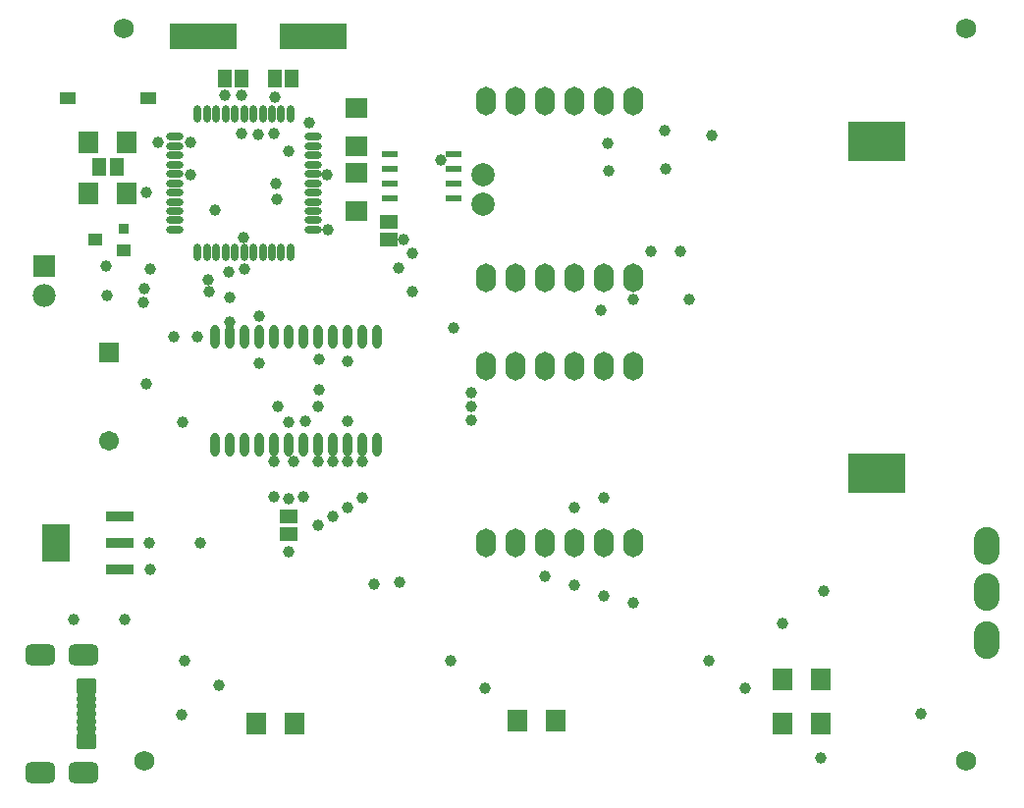
<source format=gts>
G04*
G04 #@! TF.GenerationSoftware,Altium Limited,Altium Designer,20.2.6 (244)*
G04*
G04 Layer_Color=8388736*
%FSTAX24Y24*%
%MOIN*%
G70*
G04*
G04 #@! TF.SameCoordinates,210E5C92-376B-490F-B415-5E6AA8125FEF*
G04*
G04*
G04 #@! TF.FilePolarity,Negative*
G04*
G01*
G75*
%ADD24R,0.0980X0.1260*%
%ADD25R,0.0980X0.0350*%
%ADD26R,0.0374X0.0354*%
%ADD36R,0.0575X0.0210*%
%ADD40R,0.0600X0.1500*%
%ADD41R,0.0454X0.0434*%
G04:AMPARAMS|DCode=42|XSize=67.1mil|YSize=55.2mil|CornerRadius=8.7mil|HoleSize=0mil|Usage=FLASHONLY|Rotation=0.000|XOffset=0mil|YOffset=0mil|HoleType=Round|Shape=RoundedRectangle|*
%AMROUNDEDRECTD42*
21,1,0.0671,0.0378,0,0,0.0*
21,1,0.0496,0.0552,0,0,0.0*
1,1,0.0174,0.0248,-0.0189*
1,1,0.0174,-0.0248,-0.0189*
1,1,0.0174,-0.0248,0.0189*
1,1,0.0174,0.0248,0.0189*
%
%ADD42ROUNDEDRECTD42*%
G04:AMPARAMS|DCode=43|XSize=67.1mil|YSize=21.8mil|CornerRadius=5.4mil|HoleSize=0mil|Usage=FLASHONLY|Rotation=0.000|XOffset=0mil|YOffset=0mil|HoleType=Round|Shape=RoundedRectangle|*
%AMROUNDEDRECTD43*
21,1,0.0671,0.0110,0,0,0.0*
21,1,0.0563,0.0218,0,0,0.0*
1,1,0.0108,0.0282,-0.0055*
1,1,0.0108,-0.0282,-0.0055*
1,1,0.0108,-0.0282,0.0055*
1,1,0.0108,0.0282,0.0055*
%
%ADD43ROUNDEDRECTD43*%
%ADD44R,0.0680X0.0730*%
%ADD45R,0.1962X0.1320*%
%ADD46R,0.0631X0.0513*%
%ADD47O,0.0316X0.0808*%
%ADD48R,0.0513X0.0631*%
%ADD49R,0.0552X0.0395*%
%ADD50R,0.0730X0.0680*%
%ADD51R,0.2285X0.0907*%
%ADD52O,0.0592X0.0257*%
%ADD53O,0.0257X0.0592*%
%ADD54O,0.0680X0.0980*%
%ADD55R,0.0780X0.0780*%
%ADD56C,0.0780*%
G04:AMPARAMS|DCode=57|XSize=102.5mil|YSize=71mil|CornerRadius=19.7mil|HoleSize=0mil|Usage=FLASHONLY|Rotation=0.000|XOffset=0mil|YOffset=0mil|HoleType=Round|Shape=RoundedRectangle|*
%AMROUNDEDRECTD57*
21,1,0.1025,0.0315,0,0,0.0*
21,1,0.0630,0.0710,0,0,0.0*
1,1,0.0395,0.0315,-0.0157*
1,1,0.0395,-0.0315,-0.0157*
1,1,0.0395,-0.0315,0.0157*
1,1,0.0395,0.0315,0.0157*
%
%ADD57ROUNDEDRECTD57*%
%ADD58C,0.0680*%
%ADD59R,0.0671X0.0671*%
%ADD60C,0.0671*%
%ADD61O,0.0867X0.1280*%
%ADD62C,0.0789*%
%ADD63C,0.0395*%
D24*
X011255Y0184D02*
D03*
D25*
X013425Y019302D02*
D03*
Y0184D02*
D03*
Y017498D02*
D03*
D26*
X013552Y029074D02*
D03*
D36*
X024732Y0301D02*
D03*
Y0306D02*
D03*
Y0311D02*
D03*
Y0316D02*
D03*
X022587D02*
D03*
Y0311D02*
D03*
Y0306D02*
D03*
Y0301D02*
D03*
D40*
X01228Y01259D02*
D03*
D41*
X013552Y028326D02*
D03*
X012568Y0287D02*
D03*
D42*
X012285Y013515D02*
D03*
Y011665D02*
D03*
D43*
Y013102D02*
D03*
Y012846D02*
D03*
Y01259D02*
D03*
Y012334D02*
D03*
Y012078D02*
D03*
D44*
X03721Y01375D02*
D03*
X03591D02*
D03*
X01366Y032D02*
D03*
X01236D02*
D03*
X01366Y03025D02*
D03*
X01236D02*
D03*
X01936Y01225D02*
D03*
X01806D02*
D03*
X02821Y01235D02*
D03*
X02691D02*
D03*
X03721Y01225D02*
D03*
X03591D02*
D03*
D45*
X03911Y03201D02*
D03*
X03912Y02077D02*
D03*
D46*
X01916Y018705D02*
D03*
Y019295D02*
D03*
X02256Y028705D02*
D03*
Y029295D02*
D03*
D47*
X01666Y021709D02*
D03*
X01716D02*
D03*
X01766D02*
D03*
X01816D02*
D03*
X01866D02*
D03*
X01916D02*
D03*
X01966D02*
D03*
X02016D02*
D03*
X02066D02*
D03*
X02116D02*
D03*
X02166D02*
D03*
X02216D02*
D03*
X01666Y025391D02*
D03*
X01716D02*
D03*
X01766D02*
D03*
X01816D02*
D03*
X01866D02*
D03*
X01916D02*
D03*
X01966D02*
D03*
X02016D02*
D03*
X02066D02*
D03*
X02116D02*
D03*
X02166D02*
D03*
X02216D02*
D03*
D48*
X019255Y03415D02*
D03*
X018665D02*
D03*
X016969D02*
D03*
X01756D02*
D03*
X012715Y03115D02*
D03*
X013305D02*
D03*
D49*
X014388Y0335D02*
D03*
X011632D02*
D03*
D50*
X02146Y03095D02*
D03*
Y02965D02*
D03*
Y03185D02*
D03*
Y03315D02*
D03*
D51*
X01998Y0356D02*
D03*
X01624D02*
D03*
D52*
X01528Y02903D02*
D03*
Y029345D02*
D03*
Y02966D02*
D03*
Y029975D02*
D03*
Y03029D02*
D03*
Y030605D02*
D03*
Y03092D02*
D03*
Y031235D02*
D03*
Y03155D02*
D03*
Y031865D02*
D03*
Y03218D02*
D03*
X01999D02*
D03*
Y031865D02*
D03*
Y03155D02*
D03*
Y031235D02*
D03*
Y03092D02*
D03*
Y030605D02*
D03*
Y03029D02*
D03*
Y029975D02*
D03*
Y02966D02*
D03*
Y029345D02*
D03*
Y02903D02*
D03*
D53*
X01606Y032959D02*
D03*
X016375D02*
D03*
X01669D02*
D03*
X017005D02*
D03*
X01732D02*
D03*
X017635D02*
D03*
X01795D02*
D03*
X018265D02*
D03*
X01858D02*
D03*
X018895D02*
D03*
X01921D02*
D03*
Y02825D02*
D03*
X018895D02*
D03*
X01858D02*
D03*
X018265D02*
D03*
X01795D02*
D03*
X017635D02*
D03*
X01732D02*
D03*
X017005D02*
D03*
X01669D02*
D03*
X016375D02*
D03*
X01606D02*
D03*
D54*
X03086Y0184D02*
D03*
X02986D02*
D03*
X02886D02*
D03*
X02786D02*
D03*
X02686D02*
D03*
X02586D02*
D03*
X03086Y0244D02*
D03*
X02986D02*
D03*
X02886D02*
D03*
X02786D02*
D03*
X02686D02*
D03*
X02586D02*
D03*
Y0334D02*
D03*
X02686D02*
D03*
X02786D02*
D03*
X02886D02*
D03*
X02986D02*
D03*
X03086D02*
D03*
X02586Y0274D02*
D03*
X02686D02*
D03*
X02786D02*
D03*
X02886D02*
D03*
X02986D02*
D03*
X03086D02*
D03*
D55*
X01086Y02778D02*
D03*
D56*
X01086Y02678D02*
D03*
D57*
X012167Y014598D02*
D03*
Y010582D02*
D03*
X01071D02*
D03*
Y014598D02*
D03*
D58*
X04216Y03585D02*
D03*
Y011D02*
D03*
X01356Y03585D02*
D03*
X01426Y011D02*
D03*
D59*
X013055Y02485D02*
D03*
D60*
X01306Y02185D02*
D03*
D61*
X04286Y01829D02*
D03*
Y0151D02*
D03*
Y01671D02*
D03*
D62*
X02576Y0309D02*
D03*
Y0299D02*
D03*
D63*
X01875Y03006D02*
D03*
X02999Y03197D02*
D03*
X033513Y032235D02*
D03*
X03Y03102D02*
D03*
X03194Y03108D02*
D03*
X01698Y03359D02*
D03*
X02336Y026913D02*
D03*
Y02821D02*
D03*
X023059Y028701D02*
D03*
X02431Y0314D02*
D03*
X02291Y01706D02*
D03*
X02287Y02772D02*
D03*
X020169Y024631D02*
D03*
X01879Y02302D02*
D03*
X02015Y02303D02*
D03*
X0197Y02253D02*
D03*
X02534Y02302D02*
D03*
Y02256D02*
D03*
X02116Y02253D02*
D03*
X02017Y02358D02*
D03*
X02116Y02455D02*
D03*
X01716Y02672D02*
D03*
X017098Y027592D02*
D03*
X0164Y02731D02*
D03*
X01442Y01839D02*
D03*
X01444Y0175D02*
D03*
X01357Y01578D02*
D03*
X01183Y0158D02*
D03*
X01526Y0254D02*
D03*
X01556Y02248D02*
D03*
X01614Y01838D02*
D03*
X0155Y01257D02*
D03*
X016771Y013545D02*
D03*
X01716Y0259D02*
D03*
X01916Y0199D02*
D03*
X02166Y01993D02*
D03*
X02886Y0196D02*
D03*
X02986Y01993D02*
D03*
X01643Y02691D02*
D03*
X01422Y02657D02*
D03*
X01298Y02678D02*
D03*
X01867Y03352D02*
D03*
X01294Y02778D02*
D03*
X01424Y02701D02*
D03*
X01446Y0277D02*
D03*
X019318Y02116D02*
D03*
X01916Y0181D02*
D03*
X01561Y0144D02*
D03*
X01431Y0238D02*
D03*
X01816Y0245D02*
D03*
Y0261D02*
D03*
X01666Y0297D02*
D03*
X01766Y0277D02*
D03*
X01761Y02875D02*
D03*
X01811Y03225D02*
D03*
X03731Y01675D02*
D03*
X040615Y01259D02*
D03*
X02046Y0309D02*
D03*
X03591Y01565D02*
D03*
X03721Y0111D02*
D03*
X01916Y0225D02*
D03*
X01871Y0306D02*
D03*
X01581Y0309D02*
D03*
X01916Y0317D02*
D03*
X01986Y03265D02*
D03*
X01966Y01995D02*
D03*
X01866D02*
D03*
Y02115D02*
D03*
X03276Y02665D02*
D03*
X03246Y0283D02*
D03*
X03191Y0324D02*
D03*
X03086Y01635D02*
D03*
Y02665D02*
D03*
X02976Y0263D02*
D03*
X02986Y0166D02*
D03*
X03146Y0283D02*
D03*
X02886Y01695D02*
D03*
X01756Y0336D02*
D03*
Y0323D02*
D03*
X02476Y0257D02*
D03*
X02786Y01725D02*
D03*
X01431Y0303D02*
D03*
X01581Y032D02*
D03*
X01471D02*
D03*
X03463Y01346D02*
D03*
X02581Y01345D02*
D03*
X020476Y02903D02*
D03*
X024638Y0144D02*
D03*
X02206Y017D02*
D03*
X03341Y0144D02*
D03*
X02166Y02115D02*
D03*
X02536Y0235D02*
D03*
X02116Y02115D02*
D03*
X02066D02*
D03*
X02016D02*
D03*
X02116Y0196D02*
D03*
X02066Y0193D02*
D03*
X02016Y019D02*
D03*
X01606Y0254D02*
D03*
X01866Y0323D02*
D03*
M02*

</source>
